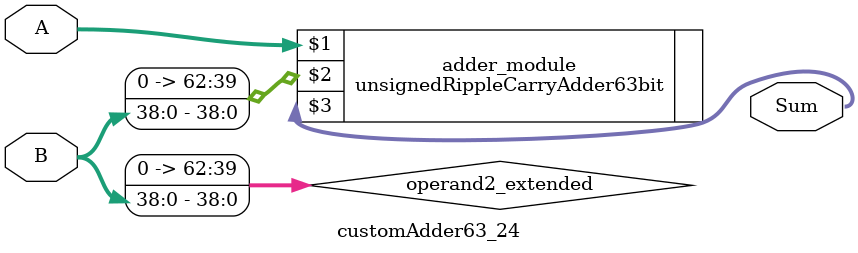
<source format=v>
module customAdder63_24(
                        input [62 : 0] A,
                        input [38 : 0] B,
                        
                        output [63 : 0] Sum
                );

        wire [62 : 0] operand2_extended;
        
        assign operand2_extended =  {24'b0, B};
        
        unsignedRippleCarryAdder63bit adder_module(
            A,
            operand2_extended,
            Sum
        );
        
        endmodule
        
</source>
